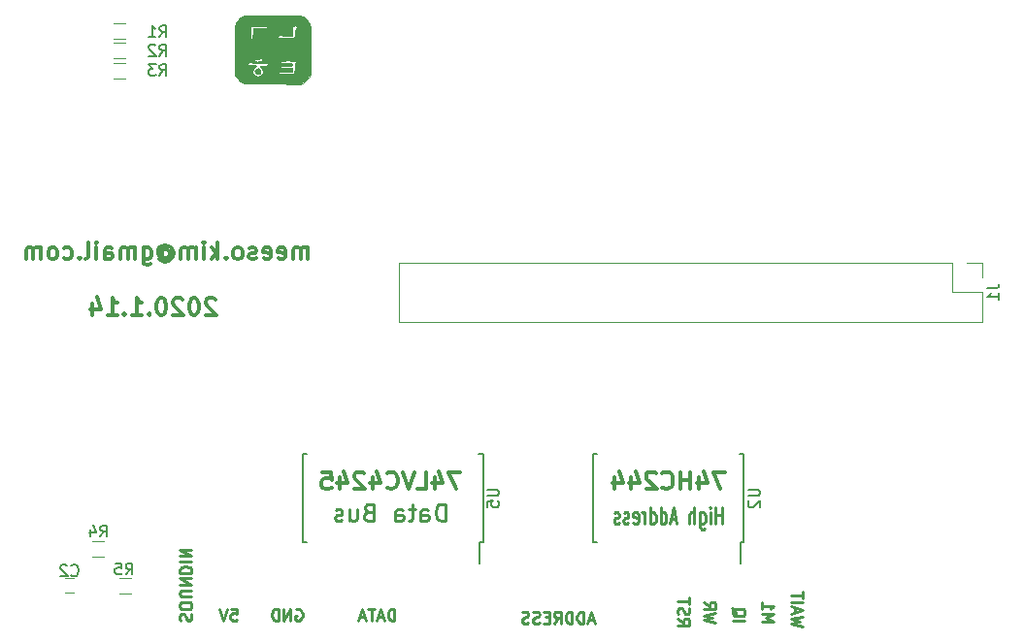
<source format=gbr>
G04 #@! TF.FileFunction,Legend,Bot*
%FSLAX46Y46*%
G04 Gerber Fmt 4.6, Leading zero omitted, Abs format (unit mm)*
G04 Created by KiCad (PCBNEW 4.0.7) date 01/15/20 01:12:04*
%MOMM*%
%LPD*%
G01*
G04 APERTURE LIST*
%ADD10C,0.100000*%
%ADD11C,0.250000*%
%ADD12C,0.300000*%
%ADD13C,0.120000*%
%ADD14C,0.150000*%
%ADD15C,0.010000*%
G04 APERTURE END LIST*
D10*
D11*
X149692714Y-96182571D02*
X149692714Y-94682571D01*
X149335571Y-94682571D01*
X149121286Y-94754000D01*
X148978428Y-94896857D01*
X148907000Y-95039714D01*
X148835571Y-95325429D01*
X148835571Y-95539714D01*
X148907000Y-95825429D01*
X148978428Y-95968286D01*
X149121286Y-96111143D01*
X149335571Y-96182571D01*
X149692714Y-96182571D01*
X147549857Y-96182571D02*
X147549857Y-95396857D01*
X147621286Y-95254000D01*
X147764143Y-95182571D01*
X148049857Y-95182571D01*
X148192714Y-95254000D01*
X147549857Y-96111143D02*
X147692714Y-96182571D01*
X148049857Y-96182571D01*
X148192714Y-96111143D01*
X148264143Y-95968286D01*
X148264143Y-95825429D01*
X148192714Y-95682571D01*
X148049857Y-95611143D01*
X147692714Y-95611143D01*
X147549857Y-95539714D01*
X147049857Y-95182571D02*
X146478428Y-95182571D01*
X146835571Y-94682571D02*
X146835571Y-95968286D01*
X146764143Y-96111143D01*
X146621285Y-96182571D01*
X146478428Y-96182571D01*
X145335571Y-96182571D02*
X145335571Y-95396857D01*
X145407000Y-95254000D01*
X145549857Y-95182571D01*
X145835571Y-95182571D01*
X145978428Y-95254000D01*
X145335571Y-96111143D02*
X145478428Y-96182571D01*
X145835571Y-96182571D01*
X145978428Y-96111143D01*
X146049857Y-95968286D01*
X146049857Y-95825429D01*
X145978428Y-95682571D01*
X145835571Y-95611143D01*
X145478428Y-95611143D01*
X145335571Y-95539714D01*
X142978428Y-95396857D02*
X142764142Y-95468286D01*
X142692714Y-95539714D01*
X142621285Y-95682571D01*
X142621285Y-95896857D01*
X142692714Y-96039714D01*
X142764142Y-96111143D01*
X142907000Y-96182571D01*
X143478428Y-96182571D01*
X143478428Y-94682571D01*
X142978428Y-94682571D01*
X142835571Y-94754000D01*
X142764142Y-94825429D01*
X142692714Y-94968286D01*
X142692714Y-95111143D01*
X142764142Y-95254000D01*
X142835571Y-95325429D01*
X142978428Y-95396857D01*
X143478428Y-95396857D01*
X141335571Y-95182571D02*
X141335571Y-96182571D01*
X141978428Y-95182571D02*
X141978428Y-95968286D01*
X141907000Y-96111143D01*
X141764142Y-96182571D01*
X141549857Y-96182571D01*
X141407000Y-96111143D01*
X141335571Y-96039714D01*
X140692714Y-96111143D02*
X140549857Y-96182571D01*
X140264142Y-96182571D01*
X140121285Y-96111143D01*
X140049857Y-95968286D01*
X140049857Y-95896857D01*
X140121285Y-95754000D01*
X140264142Y-95682571D01*
X140478428Y-95682571D01*
X140621285Y-95611143D01*
X140692714Y-95468286D01*
X140692714Y-95396857D01*
X140621285Y-95254000D01*
X140478428Y-95182571D01*
X140264142Y-95182571D01*
X140121285Y-95254000D01*
X173854477Y-96436571D02*
X173854477Y-94936571D01*
X173854477Y-95650857D02*
X173283048Y-95650857D01*
X173283048Y-96436571D02*
X173283048Y-94936571D01*
X172806858Y-96436571D02*
X172806858Y-95436571D01*
X172806858Y-94936571D02*
X172854477Y-95008000D01*
X172806858Y-95079429D01*
X172759239Y-95008000D01*
X172806858Y-94936571D01*
X172806858Y-95079429D01*
X171902096Y-95436571D02*
X171902096Y-96650857D01*
X171949715Y-96793714D01*
X171997334Y-96865143D01*
X172092573Y-96936571D01*
X172235430Y-96936571D01*
X172330668Y-96865143D01*
X171902096Y-96365143D02*
X171997334Y-96436571D01*
X172187811Y-96436571D01*
X172283049Y-96365143D01*
X172330668Y-96293714D01*
X172378287Y-96150857D01*
X172378287Y-95722286D01*
X172330668Y-95579429D01*
X172283049Y-95508000D01*
X172187811Y-95436571D01*
X171997334Y-95436571D01*
X171902096Y-95508000D01*
X171425906Y-96436571D02*
X171425906Y-94936571D01*
X170997334Y-96436571D02*
X170997334Y-95650857D01*
X171044953Y-95508000D01*
X171140191Y-95436571D01*
X171283049Y-95436571D01*
X171378287Y-95508000D01*
X171425906Y-95579429D01*
X169806858Y-96008000D02*
X169330667Y-96008000D01*
X169902096Y-96436571D02*
X169568763Y-94936571D01*
X169235429Y-96436571D01*
X168473524Y-96436571D02*
X168473524Y-94936571D01*
X168473524Y-96365143D02*
X168568762Y-96436571D01*
X168759239Y-96436571D01*
X168854477Y-96365143D01*
X168902096Y-96293714D01*
X168949715Y-96150857D01*
X168949715Y-95722286D01*
X168902096Y-95579429D01*
X168854477Y-95508000D01*
X168759239Y-95436571D01*
X168568762Y-95436571D01*
X168473524Y-95508000D01*
X167568762Y-96436571D02*
X167568762Y-94936571D01*
X167568762Y-96365143D02*
X167664000Y-96436571D01*
X167854477Y-96436571D01*
X167949715Y-96365143D01*
X167997334Y-96293714D01*
X168044953Y-96150857D01*
X168044953Y-95722286D01*
X167997334Y-95579429D01*
X167949715Y-95508000D01*
X167854477Y-95436571D01*
X167664000Y-95436571D01*
X167568762Y-95508000D01*
X167092572Y-96436571D02*
X167092572Y-95436571D01*
X167092572Y-95722286D02*
X167044953Y-95579429D01*
X166997334Y-95508000D01*
X166902096Y-95436571D01*
X166806857Y-95436571D01*
X166092571Y-96365143D02*
X166187809Y-96436571D01*
X166378286Y-96436571D01*
X166473524Y-96365143D01*
X166521143Y-96222286D01*
X166521143Y-95650857D01*
X166473524Y-95508000D01*
X166378286Y-95436571D01*
X166187809Y-95436571D01*
X166092571Y-95508000D01*
X166044952Y-95650857D01*
X166044952Y-95793714D01*
X166521143Y-95936571D01*
X165664000Y-96365143D02*
X165568762Y-96436571D01*
X165378286Y-96436571D01*
X165283047Y-96365143D01*
X165235428Y-96222286D01*
X165235428Y-96150857D01*
X165283047Y-96008000D01*
X165378286Y-95936571D01*
X165521143Y-95936571D01*
X165616381Y-95865143D01*
X165664000Y-95722286D01*
X165664000Y-95650857D01*
X165616381Y-95508000D01*
X165521143Y-95436571D01*
X165378286Y-95436571D01*
X165283047Y-95508000D01*
X164854476Y-96365143D02*
X164759238Y-96436571D01*
X164568762Y-96436571D01*
X164473523Y-96365143D01*
X164425904Y-96222286D01*
X164425904Y-96150857D01*
X164473523Y-96008000D01*
X164568762Y-95936571D01*
X164711619Y-95936571D01*
X164806857Y-95865143D01*
X164854476Y-95722286D01*
X164854476Y-95650857D01*
X164806857Y-95508000D01*
X164711619Y-95436571D01*
X164568762Y-95436571D01*
X164473523Y-95508000D01*
X126595238Y-104846047D02*
X126547619Y-104703190D01*
X126547619Y-104465094D01*
X126595238Y-104369856D01*
X126642857Y-104322237D01*
X126738095Y-104274618D01*
X126833333Y-104274618D01*
X126928571Y-104322237D01*
X126976190Y-104369856D01*
X127023810Y-104465094D01*
X127071429Y-104655571D01*
X127119048Y-104750809D01*
X127166667Y-104798428D01*
X127261905Y-104846047D01*
X127357143Y-104846047D01*
X127452381Y-104798428D01*
X127500000Y-104750809D01*
X127547619Y-104655571D01*
X127547619Y-104417475D01*
X127500000Y-104274618D01*
X127547619Y-103655571D02*
X127547619Y-103465094D01*
X127500000Y-103369856D01*
X127404762Y-103274618D01*
X127214286Y-103226999D01*
X126880952Y-103226999D01*
X126690476Y-103274618D01*
X126595238Y-103369856D01*
X126547619Y-103465094D01*
X126547619Y-103655571D01*
X126595238Y-103750809D01*
X126690476Y-103846047D01*
X126880952Y-103893666D01*
X127214286Y-103893666D01*
X127404762Y-103846047D01*
X127500000Y-103750809D01*
X127547619Y-103655571D01*
X127547619Y-102798428D02*
X126738095Y-102798428D01*
X126642857Y-102750809D01*
X126595238Y-102703190D01*
X126547619Y-102607952D01*
X126547619Y-102417475D01*
X126595238Y-102322237D01*
X126642857Y-102274618D01*
X126738095Y-102226999D01*
X127547619Y-102226999D01*
X126547619Y-101750809D02*
X127547619Y-101750809D01*
X126547619Y-101179380D01*
X127547619Y-101179380D01*
X126547619Y-100703190D02*
X127547619Y-100703190D01*
X127547619Y-100465095D01*
X127500000Y-100322237D01*
X127404762Y-100226999D01*
X127309524Y-100179380D01*
X127119048Y-100131761D01*
X126976190Y-100131761D01*
X126785714Y-100179380D01*
X126690476Y-100226999D01*
X126595238Y-100322237D01*
X126547619Y-100465095D01*
X126547619Y-100703190D01*
X126547619Y-99703190D02*
X127547619Y-99703190D01*
X126547619Y-99227000D02*
X127547619Y-99227000D01*
X126547619Y-98655571D01*
X127547619Y-98655571D01*
D12*
X150978427Y-91888571D02*
X149978427Y-91888571D01*
X150621284Y-93388571D01*
X148764142Y-92388571D02*
X148764142Y-93388571D01*
X149121285Y-91817143D02*
X149478428Y-92888571D01*
X148549856Y-92888571D01*
X147264142Y-93388571D02*
X147978428Y-93388571D01*
X147978428Y-91888571D01*
X146978428Y-91888571D02*
X146478428Y-93388571D01*
X145978428Y-91888571D01*
X144621285Y-93245714D02*
X144692714Y-93317143D01*
X144907000Y-93388571D01*
X145049857Y-93388571D01*
X145264142Y-93317143D01*
X145407000Y-93174286D01*
X145478428Y-93031429D01*
X145549857Y-92745714D01*
X145549857Y-92531429D01*
X145478428Y-92245714D01*
X145407000Y-92102857D01*
X145264142Y-91960000D01*
X145049857Y-91888571D01*
X144907000Y-91888571D01*
X144692714Y-91960000D01*
X144621285Y-92031429D01*
X143335571Y-92388571D02*
X143335571Y-93388571D01*
X143692714Y-91817143D02*
X144049857Y-92888571D01*
X143121285Y-92888571D01*
X142621286Y-92031429D02*
X142549857Y-91960000D01*
X142407000Y-91888571D01*
X142049857Y-91888571D01*
X141907000Y-91960000D01*
X141835571Y-92031429D01*
X141764143Y-92174286D01*
X141764143Y-92317143D01*
X141835571Y-92531429D01*
X142692714Y-93388571D01*
X141764143Y-93388571D01*
X140478429Y-92388571D02*
X140478429Y-93388571D01*
X140835572Y-91817143D02*
X141192715Y-92888571D01*
X140264143Y-92888571D01*
X138978429Y-91888571D02*
X139692715Y-91888571D01*
X139764144Y-92602857D01*
X139692715Y-92531429D01*
X139549858Y-92460000D01*
X139192715Y-92460000D01*
X139049858Y-92531429D01*
X138978429Y-92602857D01*
X138907001Y-92745714D01*
X138907001Y-93102857D01*
X138978429Y-93245714D01*
X139049858Y-93317143D01*
X139192715Y-93388571D01*
X139549858Y-93388571D01*
X139692715Y-93317143D01*
X139764144Y-93245714D01*
X174056856Y-91888571D02*
X173056856Y-91888571D01*
X173699713Y-93388571D01*
X171842571Y-92388571D02*
X171842571Y-93388571D01*
X172199714Y-91817143D02*
X172556857Y-92888571D01*
X171628285Y-92888571D01*
X171056857Y-93388571D02*
X171056857Y-91888571D01*
X171056857Y-92602857D02*
X170199714Y-92602857D01*
X170199714Y-93388571D02*
X170199714Y-91888571D01*
X168628285Y-93245714D02*
X168699714Y-93317143D01*
X168914000Y-93388571D01*
X169056857Y-93388571D01*
X169271142Y-93317143D01*
X169414000Y-93174286D01*
X169485428Y-93031429D01*
X169556857Y-92745714D01*
X169556857Y-92531429D01*
X169485428Y-92245714D01*
X169414000Y-92102857D01*
X169271142Y-91960000D01*
X169056857Y-91888571D01*
X168914000Y-91888571D01*
X168699714Y-91960000D01*
X168628285Y-92031429D01*
X168056857Y-92031429D02*
X167985428Y-91960000D01*
X167842571Y-91888571D01*
X167485428Y-91888571D01*
X167342571Y-91960000D01*
X167271142Y-92031429D01*
X167199714Y-92174286D01*
X167199714Y-92317143D01*
X167271142Y-92531429D01*
X168128285Y-93388571D01*
X167199714Y-93388571D01*
X165914000Y-92388571D02*
X165914000Y-93388571D01*
X166271143Y-91817143D02*
X166628286Y-92888571D01*
X165699714Y-92888571D01*
X164485429Y-92388571D02*
X164485429Y-93388571D01*
X164842572Y-91817143D02*
X165199715Y-92888571D01*
X164271143Y-92888571D01*
D11*
X162654857Y-104814667D02*
X162178666Y-104814667D01*
X162750095Y-105100381D02*
X162416762Y-104100381D01*
X162083428Y-105100381D01*
X161750095Y-105100381D02*
X161750095Y-104100381D01*
X161512000Y-104100381D01*
X161369142Y-104148000D01*
X161273904Y-104243238D01*
X161226285Y-104338476D01*
X161178666Y-104528952D01*
X161178666Y-104671810D01*
X161226285Y-104862286D01*
X161273904Y-104957524D01*
X161369142Y-105052762D01*
X161512000Y-105100381D01*
X161750095Y-105100381D01*
X160750095Y-105100381D02*
X160750095Y-104100381D01*
X160512000Y-104100381D01*
X160369142Y-104148000D01*
X160273904Y-104243238D01*
X160226285Y-104338476D01*
X160178666Y-104528952D01*
X160178666Y-104671810D01*
X160226285Y-104862286D01*
X160273904Y-104957524D01*
X160369142Y-105052762D01*
X160512000Y-105100381D01*
X160750095Y-105100381D01*
X159178666Y-105100381D02*
X159512000Y-104624190D01*
X159750095Y-105100381D02*
X159750095Y-104100381D01*
X159369142Y-104100381D01*
X159273904Y-104148000D01*
X159226285Y-104195619D01*
X159178666Y-104290857D01*
X159178666Y-104433714D01*
X159226285Y-104528952D01*
X159273904Y-104576571D01*
X159369142Y-104624190D01*
X159750095Y-104624190D01*
X158750095Y-104576571D02*
X158416761Y-104576571D01*
X158273904Y-105100381D02*
X158750095Y-105100381D01*
X158750095Y-104100381D01*
X158273904Y-104100381D01*
X157892952Y-105052762D02*
X157750095Y-105100381D01*
X157511999Y-105100381D01*
X157416761Y-105052762D01*
X157369142Y-105005143D01*
X157321523Y-104909905D01*
X157321523Y-104814667D01*
X157369142Y-104719429D01*
X157416761Y-104671810D01*
X157511999Y-104624190D01*
X157702476Y-104576571D01*
X157797714Y-104528952D01*
X157845333Y-104481333D01*
X157892952Y-104386095D01*
X157892952Y-104290857D01*
X157845333Y-104195619D01*
X157797714Y-104148000D01*
X157702476Y-104100381D01*
X157464380Y-104100381D01*
X157321523Y-104148000D01*
X156940571Y-105052762D02*
X156797714Y-105100381D01*
X156559618Y-105100381D01*
X156464380Y-105052762D01*
X156416761Y-105005143D01*
X156369142Y-104909905D01*
X156369142Y-104814667D01*
X156416761Y-104719429D01*
X156464380Y-104671810D01*
X156559618Y-104624190D01*
X156750095Y-104576571D01*
X156845333Y-104528952D01*
X156892952Y-104481333D01*
X156940571Y-104386095D01*
X156940571Y-104290857D01*
X156892952Y-104195619D01*
X156845333Y-104148000D01*
X156750095Y-104100381D01*
X156511999Y-104100381D01*
X156369142Y-104148000D01*
X145264000Y-104846381D02*
X145264000Y-103846381D01*
X145025905Y-103846381D01*
X144883047Y-103894000D01*
X144787809Y-103989238D01*
X144740190Y-104084476D01*
X144692571Y-104274952D01*
X144692571Y-104417810D01*
X144740190Y-104608286D01*
X144787809Y-104703524D01*
X144883047Y-104798762D01*
X145025905Y-104846381D01*
X145264000Y-104846381D01*
X144311619Y-104560667D02*
X143835428Y-104560667D01*
X144406857Y-104846381D02*
X144073524Y-103846381D01*
X143740190Y-104846381D01*
X143549714Y-103846381D02*
X142978285Y-103846381D01*
X143264000Y-104846381D02*
X143264000Y-103846381D01*
X142692571Y-104560667D02*
X142216380Y-104560667D01*
X142787809Y-104846381D02*
X142454476Y-103846381D01*
X142121142Y-104846381D01*
D12*
X129634570Y-76854929D02*
X129563141Y-76783500D01*
X129420284Y-76712071D01*
X129063141Y-76712071D01*
X128920284Y-76783500D01*
X128848855Y-76854929D01*
X128777427Y-76997786D01*
X128777427Y-77140643D01*
X128848855Y-77354929D01*
X129705998Y-78212071D01*
X128777427Y-78212071D01*
X127848856Y-76712071D02*
X127705999Y-76712071D01*
X127563142Y-76783500D01*
X127491713Y-76854929D01*
X127420284Y-76997786D01*
X127348856Y-77283500D01*
X127348856Y-77640643D01*
X127420284Y-77926357D01*
X127491713Y-78069214D01*
X127563142Y-78140643D01*
X127705999Y-78212071D01*
X127848856Y-78212071D01*
X127991713Y-78140643D01*
X128063142Y-78069214D01*
X128134570Y-77926357D01*
X128205999Y-77640643D01*
X128205999Y-77283500D01*
X128134570Y-76997786D01*
X128063142Y-76854929D01*
X127991713Y-76783500D01*
X127848856Y-76712071D01*
X126777428Y-76854929D02*
X126705999Y-76783500D01*
X126563142Y-76712071D01*
X126205999Y-76712071D01*
X126063142Y-76783500D01*
X125991713Y-76854929D01*
X125920285Y-76997786D01*
X125920285Y-77140643D01*
X125991713Y-77354929D01*
X126848856Y-78212071D01*
X125920285Y-78212071D01*
X124991714Y-76712071D02*
X124848857Y-76712071D01*
X124706000Y-76783500D01*
X124634571Y-76854929D01*
X124563142Y-76997786D01*
X124491714Y-77283500D01*
X124491714Y-77640643D01*
X124563142Y-77926357D01*
X124634571Y-78069214D01*
X124706000Y-78140643D01*
X124848857Y-78212071D01*
X124991714Y-78212071D01*
X125134571Y-78140643D01*
X125206000Y-78069214D01*
X125277428Y-77926357D01*
X125348857Y-77640643D01*
X125348857Y-77283500D01*
X125277428Y-76997786D01*
X125206000Y-76854929D01*
X125134571Y-76783500D01*
X124991714Y-76712071D01*
X123848857Y-78069214D02*
X123777429Y-78140643D01*
X123848857Y-78212071D01*
X123920286Y-78140643D01*
X123848857Y-78069214D01*
X123848857Y-78212071D01*
X122348857Y-78212071D02*
X123206000Y-78212071D01*
X122777428Y-78212071D02*
X122777428Y-76712071D01*
X122920285Y-76926357D01*
X123063143Y-77069214D01*
X123206000Y-77140643D01*
X121706000Y-78069214D02*
X121634572Y-78140643D01*
X121706000Y-78212071D01*
X121777429Y-78140643D01*
X121706000Y-78069214D01*
X121706000Y-78212071D01*
X120206000Y-78212071D02*
X121063143Y-78212071D01*
X120634571Y-78212071D02*
X120634571Y-76712071D01*
X120777428Y-76926357D01*
X120920286Y-77069214D01*
X121063143Y-77140643D01*
X118920286Y-77212071D02*
X118920286Y-78212071D01*
X119277429Y-76640643D02*
X119634572Y-77712071D01*
X118706000Y-77712071D01*
D11*
X131000476Y-103846381D02*
X131476667Y-103846381D01*
X131524286Y-104322571D01*
X131476667Y-104274952D01*
X131381429Y-104227333D01*
X131143333Y-104227333D01*
X131048095Y-104274952D01*
X131000476Y-104322571D01*
X130952857Y-104417810D01*
X130952857Y-104655905D01*
X131000476Y-104751143D01*
X131048095Y-104798762D01*
X131143333Y-104846381D01*
X131381429Y-104846381D01*
X131476667Y-104798762D01*
X131524286Y-104751143D01*
X130667143Y-103846381D02*
X130333810Y-104846381D01*
X130000476Y-103846381D01*
X136651904Y-103894000D02*
X136747142Y-103846381D01*
X136889999Y-103846381D01*
X137032857Y-103894000D01*
X137128095Y-103989238D01*
X137175714Y-104084476D01*
X137223333Y-104274952D01*
X137223333Y-104417810D01*
X137175714Y-104608286D01*
X137128095Y-104703524D01*
X137032857Y-104798762D01*
X136889999Y-104846381D01*
X136794761Y-104846381D01*
X136651904Y-104798762D01*
X136604285Y-104751143D01*
X136604285Y-104417810D01*
X136794761Y-104417810D01*
X136175714Y-104846381D02*
X136175714Y-103846381D01*
X135604285Y-104846381D01*
X135604285Y-103846381D01*
X135128095Y-104846381D02*
X135128095Y-103846381D01*
X134890000Y-103846381D01*
X134747142Y-103894000D01*
X134651904Y-103989238D01*
X134604285Y-104084476D01*
X134556666Y-104274952D01*
X134556666Y-104417810D01*
X134604285Y-104608286D01*
X134651904Y-104703524D01*
X134747142Y-104798762D01*
X134890000Y-104846381D01*
X135128095Y-104846381D01*
X173267619Y-105068571D02*
X172267619Y-104830476D01*
X172981905Y-104639999D01*
X172267619Y-104449523D01*
X173267619Y-104211428D01*
X172267619Y-103259047D02*
X172743810Y-103592381D01*
X172267619Y-103830476D02*
X173267619Y-103830476D01*
X173267619Y-103449523D01*
X173220000Y-103354285D01*
X173172381Y-103306666D01*
X173077143Y-103259047D01*
X172934286Y-103259047D01*
X172839048Y-103306666D01*
X172791429Y-103354285D01*
X172743810Y-103449523D01*
X172743810Y-103830476D01*
X174807619Y-104917809D02*
X175807619Y-104917809D01*
X174712381Y-103774952D02*
X174760000Y-103870190D01*
X174855238Y-103965428D01*
X174998095Y-104108285D01*
X175045714Y-104203524D01*
X175045714Y-104298762D01*
X174807619Y-104251143D02*
X174855238Y-104346381D01*
X174950476Y-104441619D01*
X175140952Y-104489238D01*
X175474286Y-104489238D01*
X175664762Y-104441619D01*
X175760000Y-104346381D01*
X175807619Y-104251143D01*
X175807619Y-104060666D01*
X175760000Y-103965428D01*
X175664762Y-103870190D01*
X175474286Y-103822571D01*
X175140952Y-103822571D01*
X174950476Y-103870190D01*
X174855238Y-103965428D01*
X174807619Y-104060666D01*
X174807619Y-104251143D01*
X177347619Y-104949524D02*
X178347619Y-104949524D01*
X177633333Y-104616190D01*
X178347619Y-104282857D01*
X177347619Y-104282857D01*
X177347619Y-103282857D02*
X177347619Y-103854286D01*
X177347619Y-103568572D02*
X178347619Y-103568572D01*
X178204762Y-103663810D01*
X178109524Y-103759048D01*
X178061905Y-103854286D01*
X180887619Y-105362190D02*
X179887619Y-105124095D01*
X180601905Y-104933618D01*
X179887619Y-104743142D01*
X180887619Y-104505047D01*
X180173333Y-104171714D02*
X180173333Y-103695523D01*
X179887619Y-104266952D02*
X180887619Y-103933619D01*
X179887619Y-103600285D01*
X179887619Y-103266952D02*
X180887619Y-103266952D01*
X180887619Y-102933619D02*
X180887619Y-102362190D01*
X179887619Y-102647905D02*
X180887619Y-102647905D01*
X169981619Y-104687619D02*
X170457810Y-105020953D01*
X169981619Y-105259048D02*
X170981619Y-105259048D01*
X170981619Y-104878095D01*
X170934000Y-104782857D01*
X170886381Y-104735238D01*
X170791143Y-104687619D01*
X170648286Y-104687619D01*
X170553048Y-104735238D01*
X170505429Y-104782857D01*
X170457810Y-104878095D01*
X170457810Y-105259048D01*
X170029238Y-104306667D02*
X169981619Y-104163810D01*
X169981619Y-103925714D01*
X170029238Y-103830476D01*
X170076857Y-103782857D01*
X170172095Y-103735238D01*
X170267333Y-103735238D01*
X170362571Y-103782857D01*
X170410190Y-103830476D01*
X170457810Y-103925714D01*
X170505429Y-104116191D01*
X170553048Y-104211429D01*
X170600667Y-104259048D01*
X170695905Y-104306667D01*
X170791143Y-104306667D01*
X170886381Y-104259048D01*
X170934000Y-104211429D01*
X170981619Y-104116191D01*
X170981619Y-103878095D01*
X170934000Y-103735238D01*
X170981619Y-103449524D02*
X170981619Y-102878095D01*
X169981619Y-103163810D02*
X170981619Y-103163810D01*
D12*
X137698214Y-73322571D02*
X137698214Y-72322571D01*
X137698214Y-72465429D02*
X137626786Y-72394000D01*
X137483928Y-72322571D01*
X137269643Y-72322571D01*
X137126786Y-72394000D01*
X137055357Y-72536857D01*
X137055357Y-73322571D01*
X137055357Y-72536857D02*
X136983928Y-72394000D01*
X136841071Y-72322571D01*
X136626786Y-72322571D01*
X136483928Y-72394000D01*
X136412500Y-72536857D01*
X136412500Y-73322571D01*
X135126786Y-73251143D02*
X135269643Y-73322571D01*
X135555357Y-73322571D01*
X135698214Y-73251143D01*
X135769643Y-73108286D01*
X135769643Y-72536857D01*
X135698214Y-72394000D01*
X135555357Y-72322571D01*
X135269643Y-72322571D01*
X135126786Y-72394000D01*
X135055357Y-72536857D01*
X135055357Y-72679714D01*
X135769643Y-72822571D01*
X133841072Y-73251143D02*
X133983929Y-73322571D01*
X134269643Y-73322571D01*
X134412500Y-73251143D01*
X134483929Y-73108286D01*
X134483929Y-72536857D01*
X134412500Y-72394000D01*
X134269643Y-72322571D01*
X133983929Y-72322571D01*
X133841072Y-72394000D01*
X133769643Y-72536857D01*
X133769643Y-72679714D01*
X134483929Y-72822571D01*
X133198215Y-73251143D02*
X133055358Y-73322571D01*
X132769643Y-73322571D01*
X132626786Y-73251143D01*
X132555358Y-73108286D01*
X132555358Y-73036857D01*
X132626786Y-72894000D01*
X132769643Y-72822571D01*
X132983929Y-72822571D01*
X133126786Y-72751143D01*
X133198215Y-72608286D01*
X133198215Y-72536857D01*
X133126786Y-72394000D01*
X132983929Y-72322571D01*
X132769643Y-72322571D01*
X132626786Y-72394000D01*
X131698214Y-73322571D02*
X131841072Y-73251143D01*
X131912500Y-73179714D01*
X131983929Y-73036857D01*
X131983929Y-72608286D01*
X131912500Y-72465429D01*
X131841072Y-72394000D01*
X131698214Y-72322571D01*
X131483929Y-72322571D01*
X131341072Y-72394000D01*
X131269643Y-72465429D01*
X131198214Y-72608286D01*
X131198214Y-73036857D01*
X131269643Y-73179714D01*
X131341072Y-73251143D01*
X131483929Y-73322571D01*
X131698214Y-73322571D01*
X130555357Y-73179714D02*
X130483929Y-73251143D01*
X130555357Y-73322571D01*
X130626786Y-73251143D01*
X130555357Y-73179714D01*
X130555357Y-73322571D01*
X129841071Y-73322571D02*
X129841071Y-71822571D01*
X129698214Y-72751143D02*
X129269643Y-73322571D01*
X129269643Y-72322571D02*
X129841071Y-72894000D01*
X128626785Y-73322571D02*
X128626785Y-72322571D01*
X128626785Y-71822571D02*
X128698214Y-71894000D01*
X128626785Y-71965429D01*
X128555357Y-71894000D01*
X128626785Y-71822571D01*
X128626785Y-71965429D01*
X127912499Y-73322571D02*
X127912499Y-72322571D01*
X127912499Y-72465429D02*
X127841071Y-72394000D01*
X127698213Y-72322571D01*
X127483928Y-72322571D01*
X127341071Y-72394000D01*
X127269642Y-72536857D01*
X127269642Y-73322571D01*
X127269642Y-72536857D02*
X127198213Y-72394000D01*
X127055356Y-72322571D01*
X126841071Y-72322571D01*
X126698213Y-72394000D01*
X126626785Y-72536857D01*
X126626785Y-73322571D01*
X124983928Y-72608286D02*
X125055356Y-72536857D01*
X125198213Y-72465429D01*
X125341071Y-72465429D01*
X125483928Y-72536857D01*
X125555356Y-72608286D01*
X125626785Y-72751143D01*
X125626785Y-72894000D01*
X125555356Y-73036857D01*
X125483928Y-73108286D01*
X125341071Y-73179714D01*
X125198213Y-73179714D01*
X125055356Y-73108286D01*
X124983928Y-73036857D01*
X124983928Y-72465429D02*
X124983928Y-73036857D01*
X124912499Y-73108286D01*
X124841071Y-73108286D01*
X124698213Y-73036857D01*
X124626785Y-72894000D01*
X124626785Y-72536857D01*
X124769642Y-72322571D01*
X124983928Y-72179714D01*
X125269642Y-72108286D01*
X125555356Y-72179714D01*
X125769642Y-72322571D01*
X125912499Y-72536857D01*
X125983928Y-72822571D01*
X125912499Y-73108286D01*
X125769642Y-73322571D01*
X125555356Y-73465429D01*
X125269642Y-73536857D01*
X124983928Y-73465429D01*
X124769642Y-73322571D01*
X123341071Y-72322571D02*
X123341071Y-73536857D01*
X123412500Y-73679714D01*
X123483928Y-73751143D01*
X123626785Y-73822571D01*
X123841071Y-73822571D01*
X123983928Y-73751143D01*
X123341071Y-73251143D02*
X123483928Y-73322571D01*
X123769642Y-73322571D01*
X123912500Y-73251143D01*
X123983928Y-73179714D01*
X124055357Y-73036857D01*
X124055357Y-72608286D01*
X123983928Y-72465429D01*
X123912500Y-72394000D01*
X123769642Y-72322571D01*
X123483928Y-72322571D01*
X123341071Y-72394000D01*
X122626785Y-73322571D02*
X122626785Y-72322571D01*
X122626785Y-72465429D02*
X122555357Y-72394000D01*
X122412499Y-72322571D01*
X122198214Y-72322571D01*
X122055357Y-72394000D01*
X121983928Y-72536857D01*
X121983928Y-73322571D01*
X121983928Y-72536857D02*
X121912499Y-72394000D01*
X121769642Y-72322571D01*
X121555357Y-72322571D01*
X121412499Y-72394000D01*
X121341071Y-72536857D01*
X121341071Y-73322571D01*
X119983928Y-73322571D02*
X119983928Y-72536857D01*
X120055357Y-72394000D01*
X120198214Y-72322571D01*
X120483928Y-72322571D01*
X120626785Y-72394000D01*
X119983928Y-73251143D02*
X120126785Y-73322571D01*
X120483928Y-73322571D01*
X120626785Y-73251143D01*
X120698214Y-73108286D01*
X120698214Y-72965429D01*
X120626785Y-72822571D01*
X120483928Y-72751143D01*
X120126785Y-72751143D01*
X119983928Y-72679714D01*
X119269642Y-73322571D02*
X119269642Y-72322571D01*
X119269642Y-71822571D02*
X119341071Y-71894000D01*
X119269642Y-71965429D01*
X119198214Y-71894000D01*
X119269642Y-71822571D01*
X119269642Y-71965429D01*
X118341070Y-73322571D02*
X118483928Y-73251143D01*
X118555356Y-73108286D01*
X118555356Y-71822571D01*
X117769642Y-73179714D02*
X117698214Y-73251143D01*
X117769642Y-73322571D01*
X117841071Y-73251143D01*
X117769642Y-73179714D01*
X117769642Y-73322571D01*
X116412499Y-73251143D02*
X116555356Y-73322571D01*
X116841070Y-73322571D01*
X116983928Y-73251143D01*
X117055356Y-73179714D01*
X117126785Y-73036857D01*
X117126785Y-72608286D01*
X117055356Y-72465429D01*
X116983928Y-72394000D01*
X116841070Y-72322571D01*
X116555356Y-72322571D01*
X116412499Y-72394000D01*
X115555356Y-73322571D02*
X115698214Y-73251143D01*
X115769642Y-73179714D01*
X115841071Y-73036857D01*
X115841071Y-72608286D01*
X115769642Y-72465429D01*
X115698214Y-72394000D01*
X115555356Y-72322571D01*
X115341071Y-72322571D01*
X115198214Y-72394000D01*
X115126785Y-72465429D01*
X115055356Y-72608286D01*
X115055356Y-73036857D01*
X115126785Y-73179714D01*
X115198214Y-73251143D01*
X115341071Y-73322571D01*
X115555356Y-73322571D01*
X114412499Y-73322571D02*
X114412499Y-72322571D01*
X114412499Y-72465429D02*
X114341071Y-72394000D01*
X114198213Y-72322571D01*
X113983928Y-72322571D01*
X113841071Y-72394000D01*
X113769642Y-72536857D01*
X113769642Y-73322571D01*
X113769642Y-72536857D02*
X113698213Y-72394000D01*
X113555356Y-72322571D01*
X113341071Y-72322571D01*
X113198213Y-72394000D01*
X113126785Y-72536857D01*
X113126785Y-73322571D01*
D13*
X117254000Y-101190000D02*
X116554000Y-101190000D01*
X116554000Y-102390000D02*
X117254000Y-102390000D01*
X121785000Y-52723500D02*
X120785000Y-52723500D01*
X120785000Y-54083500D02*
X121785000Y-54083500D01*
X121785000Y-54438000D02*
X120785000Y-54438000D01*
X120785000Y-55798000D02*
X121785000Y-55798000D01*
X121785000Y-56152500D02*
X120785000Y-56152500D01*
X120785000Y-57512500D02*
X121785000Y-57512500D01*
X119923000Y-97935500D02*
X118923000Y-97935500D01*
X118923000Y-99295500D02*
X119923000Y-99295500D01*
X122272000Y-101110000D02*
X121272000Y-101110000D01*
X121272000Y-102470000D02*
X122272000Y-102470000D01*
D14*
X175739000Y-98046500D02*
X175489000Y-98046500D01*
X175739000Y-90296500D02*
X175404000Y-90296500D01*
X162589000Y-90296500D02*
X162924000Y-90296500D01*
X162589000Y-98046500D02*
X162924000Y-98046500D01*
X175739000Y-98046500D02*
X175739000Y-90296500D01*
X162589000Y-98046500D02*
X162589000Y-90296500D01*
X175489000Y-98046500D02*
X175489000Y-99846500D01*
X152973000Y-98044500D02*
X152698000Y-98044500D01*
X152973000Y-90294500D02*
X152608000Y-90294500D01*
X137223000Y-90294500D02*
X137588000Y-90294500D01*
X137223000Y-98044500D02*
X137588000Y-98044500D01*
X152973000Y-98044500D02*
X152973000Y-90294500D01*
X137223000Y-98044500D02*
X137223000Y-90294500D01*
X152698000Y-98044500D02*
X152698000Y-99869500D01*
D13*
X193929000Y-73600000D02*
X145609000Y-73600000D01*
X145609000Y-73600000D02*
X145609000Y-78800000D01*
X145609000Y-78800000D02*
X196529000Y-78800000D01*
X196529000Y-78800000D02*
X196529000Y-76200000D01*
X196529000Y-76200000D02*
X193929000Y-76200000D01*
X193929000Y-76200000D02*
X193929000Y-73600000D01*
X195199000Y-73600000D02*
X196529000Y-73600000D01*
X196529000Y-73600000D02*
X196529000Y-74870000D01*
D15*
G36*
X134048452Y-52021490D02*
X133556638Y-52022393D01*
X133148092Y-52025230D01*
X132813650Y-52031088D01*
X132544146Y-52041058D01*
X132330414Y-52056227D01*
X132163290Y-52077685D01*
X132033607Y-52106520D01*
X131932201Y-52143822D01*
X131849905Y-52190679D01*
X131777555Y-52248180D01*
X131705985Y-52317415D01*
X131649051Y-52375901D01*
X131574255Y-52454627D01*
X131512039Y-52529822D01*
X131461315Y-52611193D01*
X131420993Y-52708450D01*
X131389986Y-52831300D01*
X131367204Y-52989452D01*
X131351559Y-53192614D01*
X131341963Y-53450494D01*
X131337327Y-53772801D01*
X131336562Y-54169243D01*
X131338580Y-54649528D01*
X131341583Y-55118000D01*
X131356100Y-57277000D01*
X131499863Y-57488837D01*
X131636586Y-57653080D01*
X131803741Y-57806361D01*
X131855463Y-57844437D01*
X132067300Y-57988200D01*
X134560779Y-58002268D01*
X137054258Y-58016337D01*
X137328595Y-57873022D01*
X137552977Y-57726064D01*
X137719320Y-57538561D01*
X137756116Y-57482017D01*
X137909300Y-57234327D01*
X137918080Y-56044441D01*
X136760869Y-56044441D01*
X136739461Y-56086375D01*
X136664700Y-56134000D01*
X136612922Y-56174263D01*
X136582236Y-56242152D01*
X136567394Y-56361192D01*
X136563148Y-56554905D01*
X136563100Y-56589358D01*
X136560055Y-56803957D01*
X136540858Y-56955342D01*
X136490420Y-57054541D01*
X136393648Y-57112581D01*
X136235452Y-57140490D01*
X136000741Y-57149296D01*
X135795878Y-57150000D01*
X135530433Y-57147862D01*
X135350098Y-57140105D01*
X135238444Y-57124707D01*
X135179045Y-57099650D01*
X135158230Y-57071609D01*
X135148188Y-56986612D01*
X135159555Y-56961811D01*
X135220179Y-56950061D01*
X135360302Y-56942368D01*
X135557877Y-56939498D01*
X135750031Y-56941334D01*
X136309100Y-56952262D01*
X136309100Y-56645812D01*
X135839781Y-56631206D01*
X135614779Y-56621595D01*
X135472340Y-56607029D01*
X135393429Y-56583460D01*
X135359013Y-56546834D01*
X135353456Y-56527700D01*
X135355251Y-56486399D01*
X135391577Y-56460222D01*
X135480164Y-56445811D01*
X135638740Y-56439807D01*
X135822776Y-56438800D01*
X136047379Y-56437935D01*
X136189340Y-56432040D01*
X136267618Y-56416164D01*
X136301170Y-56385357D01*
X136308955Y-56334667D01*
X136309100Y-56311800D01*
X136308789Y-56305991D01*
X134209571Y-56305991D01*
X134131812Y-56392456D01*
X134036491Y-56445881D01*
X133906427Y-56465454D01*
X133730029Y-56458549D01*
X133572058Y-56448359D01*
X133501122Y-56453071D01*
X133503358Y-56475678D01*
X133536043Y-56500420D01*
X133718421Y-56661591D01*
X133813871Y-56833923D01*
X133819193Y-57004487D01*
X133731188Y-57160355D01*
X133705600Y-57185478D01*
X133523612Y-57311525D01*
X133338987Y-57347202D01*
X133124323Y-57296866D01*
X133090420Y-57283248D01*
X132926122Y-57170393D01*
X132841572Y-57017809D01*
X132836561Y-56848453D01*
X132910884Y-56685285D01*
X133064333Y-56551261D01*
X133097189Y-56533568D01*
X133192925Y-56472822D01*
X133198129Y-56429526D01*
X133109833Y-56402214D01*
X132925067Y-56389417D01*
X132802744Y-56388000D01*
X132593380Y-56374098D01*
X132481163Y-56332515D01*
X132466370Y-56263429D01*
X132513249Y-56199680D01*
X132559646Y-56166301D01*
X132628905Y-56149301D01*
X132741264Y-56148243D01*
X132916966Y-56162687D01*
X133127529Y-56186388D01*
X133382314Y-56210749D01*
X133629422Y-56224343D01*
X133833055Y-56225653D01*
X133918755Y-56219994D01*
X134101449Y-56213238D01*
X134200003Y-56243211D01*
X134209571Y-56305991D01*
X136308789Y-56305991D01*
X136306009Y-56254166D01*
X136284368Y-56217295D01*
X136225628Y-56196549D01*
X136111239Y-56187291D01*
X135922652Y-56184884D01*
X135801100Y-56184800D01*
X135569891Y-56183405D01*
X135421879Y-56176770D01*
X135338677Y-56161216D01*
X135301894Y-56133066D01*
X135293142Y-56088641D01*
X135293100Y-56083200D01*
X135298230Y-56043587D01*
X135323851Y-56015870D01*
X135385309Y-55997934D01*
X135497951Y-55987661D01*
X135677124Y-55982934D01*
X135938175Y-55981636D01*
X136029700Y-55981600D01*
X136348184Y-55984737D01*
X136571817Y-55995202D01*
X136707183Y-56014577D01*
X136760869Y-56044441D01*
X137918080Y-56044441D01*
X137919484Y-55854192D01*
X133719130Y-55854192D01*
X133678413Y-55937887D01*
X133605397Y-56004119D01*
X133466115Y-56060284D01*
X133289980Y-56081099D01*
X133127649Y-56063514D01*
X133063198Y-56036749D01*
X133004469Y-55965675D01*
X133031801Y-55897438D01*
X133130359Y-55846817D01*
X133272206Y-55828506D01*
X133438374Y-55820894D01*
X133579051Y-55802869D01*
X133604000Y-55797181D01*
X133694270Y-55799072D01*
X133719130Y-55854192D01*
X137919484Y-55854192D01*
X137924887Y-55122063D01*
X137928125Y-54507809D01*
X137928001Y-53992280D01*
X137924464Y-53572657D01*
X137917462Y-53246120D01*
X137906947Y-53009847D01*
X137905071Y-52990014D01*
X136813320Y-52990014D01*
X136773462Y-53050219D01*
X136721308Y-53082892D01*
X136666694Y-53133406D01*
X136632440Y-53228846D01*
X136611788Y-53392707D01*
X136605699Y-53484848D01*
X136592170Y-53678004D01*
X136566733Y-53815655D01*
X136514140Y-53907202D01*
X136419140Y-53962049D01*
X136266484Y-53989596D01*
X136040920Y-53999246D01*
X135769480Y-54000400D01*
X135495069Y-53999487D01*
X135306337Y-53995227D01*
X135187371Y-53985333D01*
X135122257Y-53967522D01*
X135095079Y-53939509D01*
X135089900Y-53902836D01*
X135133814Y-53819724D01*
X135245466Y-53771506D01*
X135394729Y-53765797D01*
X135516182Y-53795102D01*
X135641380Y-53823356D01*
X135823786Y-53842549D01*
X135982208Y-53848000D01*
X136309100Y-53848000D01*
X136309100Y-53489060D01*
X136317006Y-53241736D01*
X136346721Y-53078897D01*
X136407245Y-52984238D01*
X136409031Y-52983476D01*
X134226300Y-52983476D01*
X134210285Y-53014220D01*
X134137062Y-53083169D01*
X134129055Y-53089890D01*
X134066493Y-53134781D01*
X133994845Y-53162048D01*
X133892008Y-53173901D01*
X133735880Y-53172549D01*
X133504358Y-53160201D01*
X133455955Y-53157170D01*
X132905500Y-53122339D01*
X132905500Y-53637569D01*
X132903120Y-53875757D01*
X132894292Y-54029244D01*
X132876487Y-54114853D01*
X132847177Y-54149407D01*
X132828043Y-54152800D01*
X132754744Y-54110262D01*
X132701043Y-54022492D01*
X132678829Y-53914041D01*
X132661768Y-53735519D01*
X132652466Y-53518424D01*
X132651500Y-53423929D01*
X132651500Y-52955672D01*
X133426200Y-52967422D01*
X133696214Y-52971762D01*
X133928658Y-52975960D01*
X134105352Y-52979652D01*
X134208111Y-52982473D01*
X134226300Y-52983476D01*
X136409031Y-52983476D01*
X136507579Y-52941453D01*
X136615688Y-52933600D01*
X136759107Y-52948849D01*
X136813320Y-52990014D01*
X137905071Y-52990014D01*
X137892868Y-52861019D01*
X137883801Y-52816141D01*
X137783601Y-52607287D01*
X137617932Y-52395950D01*
X137416559Y-52215050D01*
X137248900Y-52113975D01*
X137195535Y-52092454D01*
X137132180Y-52074533D01*
X137049612Y-52059886D01*
X136938607Y-52048188D01*
X136789940Y-52039111D01*
X136594386Y-52032329D01*
X136342721Y-52027517D01*
X136025720Y-52024347D01*
X135634160Y-52022494D01*
X135158815Y-52021631D01*
X134632700Y-52021431D01*
X134048452Y-52021490D01*
X134048452Y-52021490D01*
G37*
X134048452Y-52021490D02*
X133556638Y-52022393D01*
X133148092Y-52025230D01*
X132813650Y-52031088D01*
X132544146Y-52041058D01*
X132330414Y-52056227D01*
X132163290Y-52077685D01*
X132033607Y-52106520D01*
X131932201Y-52143822D01*
X131849905Y-52190679D01*
X131777555Y-52248180D01*
X131705985Y-52317415D01*
X131649051Y-52375901D01*
X131574255Y-52454627D01*
X131512039Y-52529822D01*
X131461315Y-52611193D01*
X131420993Y-52708450D01*
X131389986Y-52831300D01*
X131367204Y-52989452D01*
X131351559Y-53192614D01*
X131341963Y-53450494D01*
X131337327Y-53772801D01*
X131336562Y-54169243D01*
X131338580Y-54649528D01*
X131341583Y-55118000D01*
X131356100Y-57277000D01*
X131499863Y-57488837D01*
X131636586Y-57653080D01*
X131803741Y-57806361D01*
X131855463Y-57844437D01*
X132067300Y-57988200D01*
X134560779Y-58002268D01*
X137054258Y-58016337D01*
X137328595Y-57873022D01*
X137552977Y-57726064D01*
X137719320Y-57538561D01*
X137756116Y-57482017D01*
X137909300Y-57234327D01*
X137918080Y-56044441D01*
X136760869Y-56044441D01*
X136739461Y-56086375D01*
X136664700Y-56134000D01*
X136612922Y-56174263D01*
X136582236Y-56242152D01*
X136567394Y-56361192D01*
X136563148Y-56554905D01*
X136563100Y-56589358D01*
X136560055Y-56803957D01*
X136540858Y-56955342D01*
X136490420Y-57054541D01*
X136393648Y-57112581D01*
X136235452Y-57140490D01*
X136000741Y-57149296D01*
X135795878Y-57150000D01*
X135530433Y-57147862D01*
X135350098Y-57140105D01*
X135238444Y-57124707D01*
X135179045Y-57099650D01*
X135158230Y-57071609D01*
X135148188Y-56986612D01*
X135159555Y-56961811D01*
X135220179Y-56950061D01*
X135360302Y-56942368D01*
X135557877Y-56939498D01*
X135750031Y-56941334D01*
X136309100Y-56952262D01*
X136309100Y-56645812D01*
X135839781Y-56631206D01*
X135614779Y-56621595D01*
X135472340Y-56607029D01*
X135393429Y-56583460D01*
X135359013Y-56546834D01*
X135353456Y-56527700D01*
X135355251Y-56486399D01*
X135391577Y-56460222D01*
X135480164Y-56445811D01*
X135638740Y-56439807D01*
X135822776Y-56438800D01*
X136047379Y-56437935D01*
X136189340Y-56432040D01*
X136267618Y-56416164D01*
X136301170Y-56385357D01*
X136308955Y-56334667D01*
X136309100Y-56311800D01*
X136308789Y-56305991D01*
X134209571Y-56305991D01*
X134131812Y-56392456D01*
X134036491Y-56445881D01*
X133906427Y-56465454D01*
X133730029Y-56458549D01*
X133572058Y-56448359D01*
X133501122Y-56453071D01*
X133503358Y-56475678D01*
X133536043Y-56500420D01*
X133718421Y-56661591D01*
X133813871Y-56833923D01*
X133819193Y-57004487D01*
X133731188Y-57160355D01*
X133705600Y-57185478D01*
X133523612Y-57311525D01*
X133338987Y-57347202D01*
X133124323Y-57296866D01*
X133090420Y-57283248D01*
X132926122Y-57170393D01*
X132841572Y-57017809D01*
X132836561Y-56848453D01*
X132910884Y-56685285D01*
X133064333Y-56551261D01*
X133097189Y-56533568D01*
X133192925Y-56472822D01*
X133198129Y-56429526D01*
X133109833Y-56402214D01*
X132925067Y-56389417D01*
X132802744Y-56388000D01*
X132593380Y-56374098D01*
X132481163Y-56332515D01*
X132466370Y-56263429D01*
X132513249Y-56199680D01*
X132559646Y-56166301D01*
X132628905Y-56149301D01*
X132741264Y-56148243D01*
X132916966Y-56162687D01*
X133127529Y-56186388D01*
X133382314Y-56210749D01*
X133629422Y-56224343D01*
X133833055Y-56225653D01*
X133918755Y-56219994D01*
X134101449Y-56213238D01*
X134200003Y-56243211D01*
X134209571Y-56305991D01*
X136308789Y-56305991D01*
X136306009Y-56254166D01*
X136284368Y-56217295D01*
X136225628Y-56196549D01*
X136111239Y-56187291D01*
X135922652Y-56184884D01*
X135801100Y-56184800D01*
X135569891Y-56183405D01*
X135421879Y-56176770D01*
X135338677Y-56161216D01*
X135301894Y-56133066D01*
X135293142Y-56088641D01*
X135293100Y-56083200D01*
X135298230Y-56043587D01*
X135323851Y-56015870D01*
X135385309Y-55997934D01*
X135497951Y-55987661D01*
X135677124Y-55982934D01*
X135938175Y-55981636D01*
X136029700Y-55981600D01*
X136348184Y-55984737D01*
X136571817Y-55995202D01*
X136707183Y-56014577D01*
X136760869Y-56044441D01*
X137918080Y-56044441D01*
X137919484Y-55854192D01*
X133719130Y-55854192D01*
X133678413Y-55937887D01*
X133605397Y-56004119D01*
X133466115Y-56060284D01*
X133289980Y-56081099D01*
X133127649Y-56063514D01*
X133063198Y-56036749D01*
X133004469Y-55965675D01*
X133031801Y-55897438D01*
X133130359Y-55846817D01*
X133272206Y-55828506D01*
X133438374Y-55820894D01*
X133579051Y-55802869D01*
X133604000Y-55797181D01*
X133694270Y-55799072D01*
X133719130Y-55854192D01*
X137919484Y-55854192D01*
X137924887Y-55122063D01*
X137928125Y-54507809D01*
X137928001Y-53992280D01*
X137924464Y-53572657D01*
X137917462Y-53246120D01*
X137906947Y-53009847D01*
X137905071Y-52990014D01*
X136813320Y-52990014D01*
X136773462Y-53050219D01*
X136721308Y-53082892D01*
X136666694Y-53133406D01*
X136632440Y-53228846D01*
X136611788Y-53392707D01*
X136605699Y-53484848D01*
X136592170Y-53678004D01*
X136566733Y-53815655D01*
X136514140Y-53907202D01*
X136419140Y-53962049D01*
X136266484Y-53989596D01*
X136040920Y-53999246D01*
X135769480Y-54000400D01*
X135495069Y-53999487D01*
X135306337Y-53995227D01*
X135187371Y-53985333D01*
X135122257Y-53967522D01*
X135095079Y-53939509D01*
X135089900Y-53902836D01*
X135133814Y-53819724D01*
X135245466Y-53771506D01*
X135394729Y-53765797D01*
X135516182Y-53795102D01*
X135641380Y-53823356D01*
X135823786Y-53842549D01*
X135982208Y-53848000D01*
X136309100Y-53848000D01*
X136309100Y-53489060D01*
X136317006Y-53241736D01*
X136346721Y-53078897D01*
X136407245Y-52984238D01*
X136409031Y-52983476D01*
X134226300Y-52983476D01*
X134210285Y-53014220D01*
X134137062Y-53083169D01*
X134129055Y-53089890D01*
X134066493Y-53134781D01*
X133994845Y-53162048D01*
X133892008Y-53173901D01*
X133735880Y-53172549D01*
X133504358Y-53160201D01*
X133455955Y-53157170D01*
X132905500Y-53122339D01*
X132905500Y-53637569D01*
X132903120Y-53875757D01*
X132894292Y-54029244D01*
X132876487Y-54114853D01*
X132847177Y-54149407D01*
X132828043Y-54152800D01*
X132754744Y-54110262D01*
X132701043Y-54022492D01*
X132678829Y-53914041D01*
X132661768Y-53735519D01*
X132652466Y-53518424D01*
X132651500Y-53423929D01*
X132651500Y-52955672D01*
X133426200Y-52967422D01*
X133696214Y-52971762D01*
X133928658Y-52975960D01*
X134105352Y-52979652D01*
X134208111Y-52982473D01*
X134226300Y-52983476D01*
X136409031Y-52983476D01*
X136507579Y-52941453D01*
X136615688Y-52933600D01*
X136759107Y-52948849D01*
X136813320Y-52990014D01*
X137905071Y-52990014D01*
X137892868Y-52861019D01*
X137883801Y-52816141D01*
X137783601Y-52607287D01*
X137617932Y-52395950D01*
X137416559Y-52215050D01*
X137248900Y-52113975D01*
X137195535Y-52092454D01*
X137132180Y-52074533D01*
X137049612Y-52059886D01*
X136938607Y-52048188D01*
X136789940Y-52039111D01*
X136594386Y-52032329D01*
X136342721Y-52027517D01*
X136025720Y-52024347D01*
X135634160Y-52022494D01*
X135158815Y-52021631D01*
X134632700Y-52021431D01*
X134048452Y-52021490D01*
G36*
X133250009Y-56675515D02*
X133150768Y-56752913D01*
X133075402Y-56839476D01*
X133057900Y-56884696D01*
X133084352Y-56951877D01*
X133136981Y-57037096D01*
X133249544Y-57126911D01*
X133386546Y-57145842D01*
X133504940Y-57089040D01*
X133559902Y-56973645D01*
X133547642Y-56837685D01*
X133481905Y-56717038D01*
X133376437Y-56647580D01*
X133333672Y-56642000D01*
X133250009Y-56675515D01*
X133250009Y-56675515D01*
G37*
X133250009Y-56675515D02*
X133150768Y-56752913D01*
X133075402Y-56839476D01*
X133057900Y-56884696D01*
X133084352Y-56951877D01*
X133136981Y-57037096D01*
X133249544Y-57126911D01*
X133386546Y-57145842D01*
X133504940Y-57089040D01*
X133559902Y-56973645D01*
X133547642Y-56837685D01*
X133481905Y-56717038D01*
X133376437Y-56647580D01*
X133333672Y-56642000D01*
X133250009Y-56675515D01*
D14*
X117070666Y-100897143D02*
X117118285Y-100944762D01*
X117261142Y-100992381D01*
X117356380Y-100992381D01*
X117499238Y-100944762D01*
X117594476Y-100849524D01*
X117642095Y-100754286D01*
X117689714Y-100563810D01*
X117689714Y-100420952D01*
X117642095Y-100230476D01*
X117594476Y-100135238D01*
X117499238Y-100040000D01*
X117356380Y-99992381D01*
X117261142Y-99992381D01*
X117118285Y-100040000D01*
X117070666Y-100087619D01*
X116689714Y-100087619D02*
X116642095Y-100040000D01*
X116546857Y-99992381D01*
X116308761Y-99992381D01*
X116213523Y-100040000D01*
X116165904Y-100087619D01*
X116118285Y-100182857D01*
X116118285Y-100278095D01*
X116165904Y-100420952D01*
X116737333Y-100992381D01*
X116118285Y-100992381D01*
X124774166Y-53919381D02*
X125107500Y-53443190D01*
X125345595Y-53919381D02*
X125345595Y-52919381D01*
X124964642Y-52919381D01*
X124869404Y-52967000D01*
X124821785Y-53014619D01*
X124774166Y-53109857D01*
X124774166Y-53252714D01*
X124821785Y-53347952D01*
X124869404Y-53395571D01*
X124964642Y-53443190D01*
X125345595Y-53443190D01*
X123821785Y-53919381D02*
X124393214Y-53919381D01*
X124107500Y-53919381D02*
X124107500Y-52919381D01*
X124202738Y-53062238D01*
X124297976Y-53157476D01*
X124393214Y-53205095D01*
X124774166Y-55570381D02*
X125107500Y-55094190D01*
X125345595Y-55570381D02*
X125345595Y-54570381D01*
X124964642Y-54570381D01*
X124869404Y-54618000D01*
X124821785Y-54665619D01*
X124774166Y-54760857D01*
X124774166Y-54903714D01*
X124821785Y-54998952D01*
X124869404Y-55046571D01*
X124964642Y-55094190D01*
X125345595Y-55094190D01*
X124393214Y-54665619D02*
X124345595Y-54618000D01*
X124250357Y-54570381D01*
X124012261Y-54570381D01*
X123917023Y-54618000D01*
X123869404Y-54665619D01*
X123821785Y-54760857D01*
X123821785Y-54856095D01*
X123869404Y-54998952D01*
X124440833Y-55570381D01*
X123821785Y-55570381D01*
X124774166Y-57284881D02*
X125107500Y-56808690D01*
X125345595Y-57284881D02*
X125345595Y-56284881D01*
X124964642Y-56284881D01*
X124869404Y-56332500D01*
X124821785Y-56380119D01*
X124774166Y-56475357D01*
X124774166Y-56618214D01*
X124821785Y-56713452D01*
X124869404Y-56761071D01*
X124964642Y-56808690D01*
X125345595Y-56808690D01*
X124440833Y-56284881D02*
X123821785Y-56284881D01*
X124155119Y-56665833D01*
X124012261Y-56665833D01*
X123917023Y-56713452D01*
X123869404Y-56761071D01*
X123821785Y-56856310D01*
X123821785Y-57094405D01*
X123869404Y-57189643D01*
X123917023Y-57237262D01*
X124012261Y-57284881D01*
X124297976Y-57284881D01*
X124393214Y-57237262D01*
X124440833Y-57189643D01*
X119610166Y-97543881D02*
X119943500Y-97067690D01*
X120181595Y-97543881D02*
X120181595Y-96543881D01*
X119800642Y-96543881D01*
X119705404Y-96591500D01*
X119657785Y-96639119D01*
X119610166Y-96734357D01*
X119610166Y-96877214D01*
X119657785Y-96972452D01*
X119705404Y-97020071D01*
X119800642Y-97067690D01*
X120181595Y-97067690D01*
X118753023Y-96877214D02*
X118753023Y-97543881D01*
X118991119Y-96496262D02*
X119229214Y-97210548D01*
X118610166Y-97210548D01*
X121832166Y-100845381D02*
X122165500Y-100369190D01*
X122403595Y-100845381D02*
X122403595Y-99845381D01*
X122022642Y-99845381D01*
X121927404Y-99893000D01*
X121879785Y-99940619D01*
X121832166Y-100035857D01*
X121832166Y-100178714D01*
X121879785Y-100273952D01*
X121927404Y-100321571D01*
X122022642Y-100369190D01*
X122403595Y-100369190D01*
X120927404Y-99845381D02*
X121403595Y-99845381D01*
X121451214Y-100321571D01*
X121403595Y-100273952D01*
X121308357Y-100226333D01*
X121070261Y-100226333D01*
X120975023Y-100273952D01*
X120927404Y-100321571D01*
X120879785Y-100416810D01*
X120879785Y-100654905D01*
X120927404Y-100750143D01*
X120975023Y-100797762D01*
X121070261Y-100845381D01*
X121308357Y-100845381D01*
X121403595Y-100797762D01*
X121451214Y-100750143D01*
X176116381Y-93409595D02*
X176925905Y-93409595D01*
X177021143Y-93457214D01*
X177068762Y-93504833D01*
X177116381Y-93600071D01*
X177116381Y-93790548D01*
X177068762Y-93885786D01*
X177021143Y-93933405D01*
X176925905Y-93981024D01*
X176116381Y-93981024D01*
X176211619Y-94409595D02*
X176164000Y-94457214D01*
X176116381Y-94552452D01*
X176116381Y-94790548D01*
X176164000Y-94885786D01*
X176211619Y-94933405D01*
X176306857Y-94981024D01*
X176402095Y-94981024D01*
X176544952Y-94933405D01*
X177116381Y-94361976D01*
X177116381Y-94981024D01*
X153350381Y-93407595D02*
X154159905Y-93407595D01*
X154255143Y-93455214D01*
X154302762Y-93502833D01*
X154350381Y-93598071D01*
X154350381Y-93788548D01*
X154302762Y-93883786D01*
X154255143Y-93931405D01*
X154159905Y-93979024D01*
X153350381Y-93979024D01*
X153350381Y-94931405D02*
X153350381Y-94455214D01*
X153826571Y-94407595D01*
X153778952Y-94455214D01*
X153731333Y-94550452D01*
X153731333Y-94788548D01*
X153778952Y-94883786D01*
X153826571Y-94931405D01*
X153921810Y-94979024D01*
X154159905Y-94979024D01*
X154255143Y-94931405D01*
X154302762Y-94883786D01*
X154350381Y-94788548D01*
X154350381Y-94550452D01*
X154302762Y-94455214D01*
X154255143Y-94407595D01*
X196981381Y-75866667D02*
X197695667Y-75866667D01*
X197838524Y-75819047D01*
X197933762Y-75723809D01*
X197981381Y-75580952D01*
X197981381Y-75485714D01*
X197981381Y-76866667D02*
X197981381Y-76295238D01*
X197981381Y-76580952D02*
X196981381Y-76580952D01*
X197124238Y-76485714D01*
X197219476Y-76390476D01*
X197267095Y-76295238D01*
M02*

</source>
